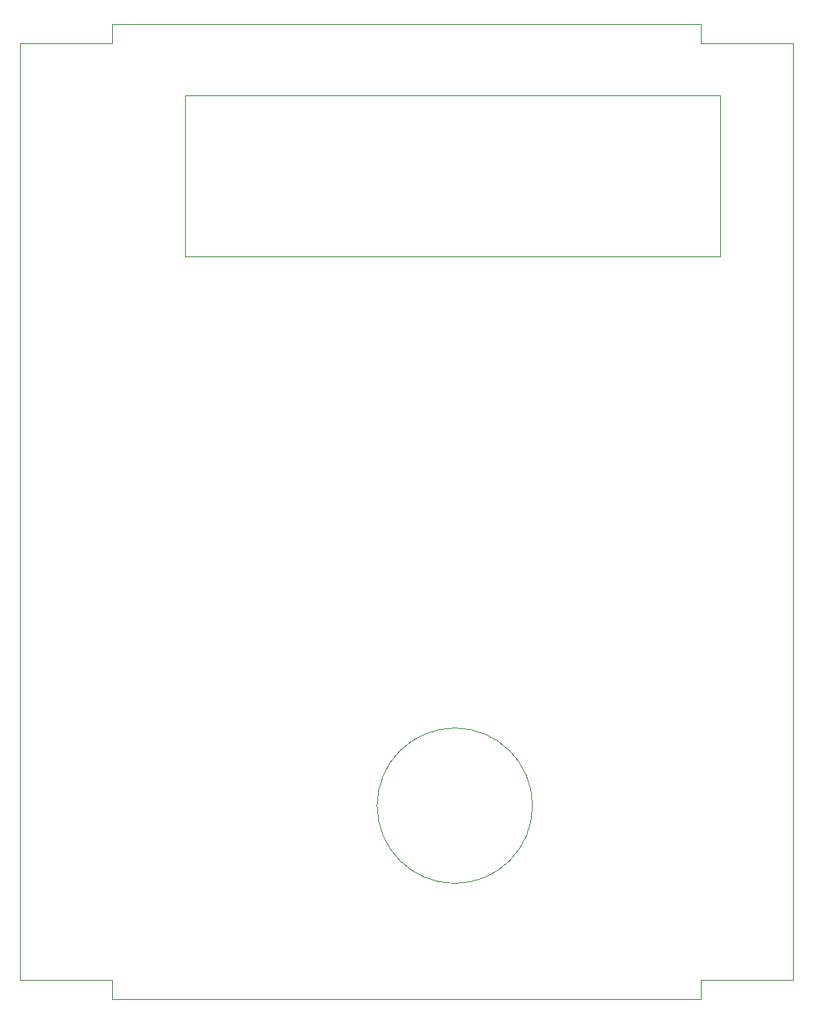
<source format=gbr>
G04 #@! TF.FileFunction,Profile,NP*
%FSLAX46Y46*%
G04 Gerber Fmt 4.6, Leading zero omitted, Abs format (unit mm)*
G04 Created by KiCad (PCBNEW (after 2015-mar-04 BZR unknown)-product) date Wed 15 Apr 2015 11:51:05 AM CDT*
%MOMM*%
G01*
G04 APERTURE LIST*
%ADD10C,0.150000*%
%ADD11C,0.099060*%
G04 APERTURE END LIST*
D10*
D11*
X69171820Y-64648080D02*
X69171820Y-62638940D01*
X59420760Y-64648080D02*
X69171820Y-64648080D01*
X131396740Y-64648080D02*
X141150340Y-64648080D01*
X131396740Y-62638940D02*
X131396740Y-64648080D01*
X113609750Y-145200000D02*
G75*
G03X113609750Y-145200000I-8209750J0D01*
G01*
X69171820Y-62638940D02*
X131396740Y-62638940D01*
X131391660Y-163639500D02*
X131391660Y-165638480D01*
X69171820Y-163639500D02*
X69171820Y-165638480D01*
X131391660Y-165638480D02*
X69171820Y-165638480D01*
X76921360Y-70139560D02*
X76921360Y-87139780D01*
X133421120Y-70139560D02*
X133421120Y-87139780D01*
X76921360Y-70139560D02*
X133421120Y-70139560D01*
X133421120Y-87139780D02*
X76921360Y-87139780D01*
X141150340Y-163639500D02*
X131391660Y-163639500D01*
X141150340Y-64648080D02*
X141150340Y-163639500D01*
X59420760Y-163639500D02*
X59420760Y-64648080D01*
X59420760Y-163639500D02*
X69171820Y-163639500D01*
M02*

</source>
